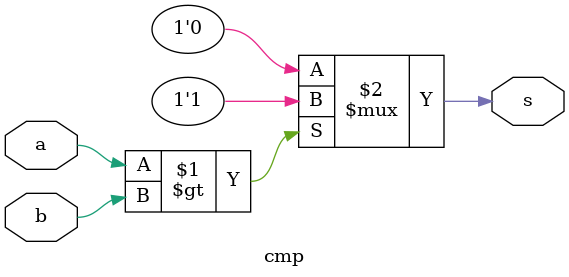
<source format=v>
module cmp (
    input a,
    input b,
    output s
);
    assign s = (a > b) ? 1'b1 : 1'b0;
endmodule
</source>
